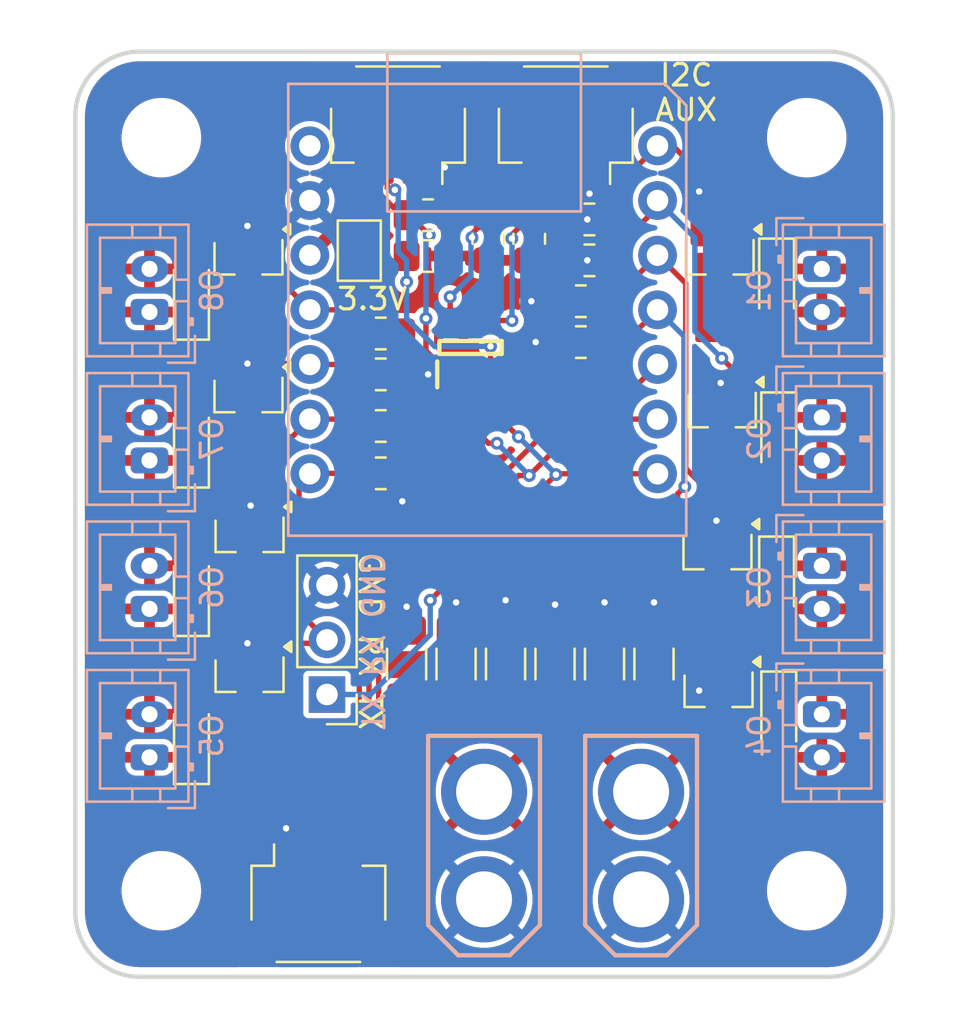
<source format=kicad_pcb>
(kicad_pcb (version 20241229) (generator "pcbnew") (generator_version "9.0")
  (layers (0 "F.Cu" signal) (2 "B.Cu" signal) (13 "F.Paste" user) (15 "B.Paste" user) (5 "F.SilkS" user "F.Silkscreen") (7 "B.SilkS" user "B.Silkscreen") (1 "F.Mask" user) (3 "B.Mask" user) (25 "Edge.Cuts" user))
  (net 0 "")
  (net 1 "+24V")
  (net 2 "Net-(D1-A)")
  (net 3 "GND")
  (net 4 "+3.3V")
  (net 5 "/SCL")
  (net 6 "/SDA")
  (net 7 "Net-(D2-A)")
  (net 8 "Net-(D3-A)")
  (net 9 "Net-(D4-A)")
  (net 10 "Net-(D5-A)")
  (net 11 "Net-(D6-A)")
  (net 12 "Net-(D7-A)")
  (net 13 "/S1")
  (net 14 "/S2")
  (net 15 "/S3")
  (net 16 "/S7")
  (net 17 "/S8")
  (net 18 "/S9")
  (net 19 "/S0")
  (net 20 "/S10")
  (net 21 "Net-(D8-A)")
  (net 23 "/I2C3.3")
  (net 24 "/S6")
  (net 25 "Net-(IC1-SDA_B)")
  (net 27 "Net-(IC1-SCL_B)")
  (footprint "Capacitor_SMD:C_1206_3216Metric_Pad1.33x1.80mm_HandSolder" (layer "F.Cu") (at 116 89.4625 90)
    (property "Reference" "C4" (hide yes))
    (property "Value" "10uF")
    (pad "1" smd roundrect (at -1.5625 0 90) (size 1.325 1.8) (layers "F.Cu" "F.Mask" "F.Paste") (roundrect_rratio 0.188679) (net 1 "+24V"))
    (pad "2" smd roundrect (at 1.5625 0 90) (size 1.325 1.8) (layers "F.Cu" "F.Mask" "F.Paste") (roundrect_rratio 0.188679) (net 3 "GND"))
  )
  (footprint "Diode_SMD:D_MicroSMP_AK" (layer "F.Cu") (at 128.6 85.68 -90)
    (property "Reference" "D3" (hide yes))
    (property "Value" "MSS2P3")
    (pad "1" smd rect (at -0.88 0 270) (size 2 1.1) (layers "F.Cu" "F.Mask" "F.Paste") (net 1 "+24V"))
    (pad "2" smd rect (at 1.02 0 270) (size 0.8 0.8) (layers "F.Cu" "F.Mask" "F.Paste") (net 8 "Net-(D3-A)"))
  )
  (footprint "Diode_SMD:D_MicroSMP_AK" (layer "F.Cu") (at 101.4 79.12 90)
    (property "Reference" "D7" (hide yes))
    (property "Value" "MSS2P3")
    (pad "1" smd rect (at -0.88 0 90) (size 2 1.1) (layers "F.Cu" "F.Mask" "F.Paste") (net 1 "+24V"))
    (pad "2" smd rect (at 1.02 0 90) (size 0.8 0.8) (layers "F.Cu" "F.Mask" "F.Paste") (net 12 "Net-(D7-A)"))
  )
  (footprint "Diode_SMD:D_MicroSMP_AK" (layer "F.Cu") (at 128.7 91.9525 -90)
    (property "Reference" "D4" (hide yes))
    (property "Value" "MSS2P3")
    (pad "1" smd rect (at -0.88 0 270) (size 2 1.1) (layers "F.Cu" "F.Mask" "F.Paste") (net 1 "+24V"))
    (pad "2" smd rect (at 1.02 0 270) (size 0.8 0.8) (layers "F.Cu" "F.Mask" "F.Paste") (net 9 "Net-(D4-A)"))
  )
  (footprint "MountingHole:MountingHole_3.2mm_M3" (layer "F.Cu") (at 100 100)
    (property "Reference" "H1" (hide yes))
    (property "Value" "MountingHole")
    (pad "" np_thru_hole circle (at 0 0) (size 3.2 3.2) (drill 3.2) (layers "*.Cu" "*.Mask"))
  )
  (footprint "Resistor_SMD:R_0805_2012Metric_Pad1.20x1.40mm_HandSolder" (layer "F.Cu") (at 119.5 74.5 180)
    (property "Reference" "R6" (hide yes))
    (property "Value" "47k")
    (pad "1" smd roundrect (at -1 0 180) (size 1.2 1.4) (layers "F.Cu" "F.Mask" "F.Paste") (roundrect_rratio 0.208333) (net 15 "/S3"))
    (pad "2" smd roundrect (at 1 0 180) (size 1.2 1.4) (layers "F.Cu" "F.Mask" "F.Paste") (roundrect_rratio 0.208333) (net 3 "GND"))
  )
  (footprint "Package_TO_SOT_SMD:SOT-23_Handsoldering" (layer "F.Cu") (at 125.9 90.7 -90)
    (property "Reference" "Q4" (hide yes))
    (property "Value" "NVTR4503NT1G")
    (pad "1" smd roundrect (at -1.5 -0.95 270) (size 1.9 0.8) (layers "F.Cu" "F.Mask" "F.Paste") (net 15 "/S3"))
    (pad "2" smd roundrect (at -1.5 0.95 270) (size 1.9 0.8) (layers "F.Cu" "F.Mask" "F.Paste") (net 3 "GND"))
    (pad "3" smd roundrect (at 1.5 0 270) (size 1.9 0.8) (layers "F.Cu" "F.Mask" "F.Paste") (net 9 "Net-(D4-A)"))
  )
  (footprint "Diode_SMD:D_MicroSMP_AK" (layer "F.Cu") (at 101.4 72.2475 90)
    (property "Reference" "D8" (hide yes))
    (property "Value" "MSS2P3")
    (pad "1" smd rect (at -0.88 0 90) (size 2 1.1) (layers "F.Cu" "F.Mask" "F.Paste") (net 1 "+24V"))
    (pad "2" smd rect (at 1.02 0 90) (size 0.8 0.8) (layers "F.Cu" "F.Mask" "F.Paste") (net 21 "Net-(D8-A)"))
  )
  (footprint "MountingHole:MountingHole_3.2mm_M3" (layer "F.Cu") (at 130 65)
    (property "Reference" "H3" (hide yes))
    (property "Value" "MountingHole")
    (pad "" np_thru_hole circle (at 0 0) (size 3.2 3.2) (drill 3.2) (layers "*.Cu" "*.Mask"))
  )
  (footprint "Connector_JST:JST_SH_SM04B-SRSS-TB_1x04-1MP_P1.00mm_Horizontal" (layer "F.Cu") (at 111 64.375 180)
    (property "Reference" "J2" (hide yes))
    (property "Value" "Conn_01x04_Male")
    (pad "1" smd roundrect (at -1.5 -2 180) (size 0.6 1.55) (layers "F.Cu" "F.Mask" "F.Paste") (net 3 "GND"))
    (pad "2" smd roundrect (at -0.5 -2 180) (size 0.6 1.55) (layers "F.Cu" "F.Mask" "F.Paste") (net 23 "/I2C3.3"))
    (pad "3" smd roundrect (at 0.5 -2 180) (size 0.6 1.55) (layers "F.Cu" "F.Mask" "F.Paste") (net 6 "/SDA"))
    (pad "4" smd roundrect (at 1.5 -2 180) (size 0.6 1.55) (layers "F.Cu" "F.Mask" "F.Paste") (net 5 "/SCL"))
    (pad "MP" smd roundrect (at -2.8 1.875 180) (size 1.2 1.8) (layers "F.Cu" "F.Mask" "F.Paste") (roundrect_rratio 0.208333))
    (pad "MP" smd roundrect (at 2.8 1.875 180) (size 1.2 1.8) (layers "F.Cu" "F.Mask" "F.Paste") (roundrect_rratio 0.208333))
  )
  (footprint "Resistor_SMD:R_0805_2012Metric_Pad1.20x1.40mm_HandSolder" (layer "F.Cu") (at 115.2 69.7 90)
    (property "Reference" "R11" (hide yes))
    (property "Value" "4.7k")
    (pad "1" smd roundrect (at -1 0 90) (size 1.2 1.4) (layers "F.Cu" "F.Mask" "F.Paste") (roundrect_rratio 0.208333) (net 23 "/I2C3.3"))
    (pad "2" smd roundrect (at 1 0 90) (size 1.2 1.4) (layers "F.Cu" "F.Mask" "F.Paste") (roundrect_rratio 0.208333) (net 27 "Net-(IC1-SCL_B)"))
  )
  (footprint "Resistor_SMD:R_0805_2012Metric_Pad1.20x1.40mm_HandSolder" (layer "F.Cu") (at 117.1 69.7 90)
    (property "Reference" "R12" (hide yes))
    (property "Value" "4.7k")
    (pad "1" smd roundrect (at -1 0 90) (size 1.2 1.4) (layers "F.Cu" "F.Mask" "F.Paste") (roundrect_rratio 0.208333) (net 23 "/I2C3.3"))
    (pad "2" smd roundrect (at 1 0 90) (size 1.2 1.4) (layers "F.Cu" "F.Mask" "F.Paste") (roundrect_rratio 0.208333) (net 25 "Net-(IC1-SDA_B)"))
  )
  (footprint "Resistor_SMD:R_0805_2012Metric_Pad1.20x1.40mm_HandSolder" (layer "F.Cu") (at 112.4 68.6 180)
    (property "Reference" "R2" (hide yes))
    (property "Value" "4.7k")
    (pad "1" smd roundrect (at -1 0 180) (size 1.2 1.4) (layers "F.Cu" "F.Mask" "F.Paste") (roundrect_rratio 0.208333) (net 23 "/I2C3.3"))
    (pad "2" smd roundrect (at 1 0 180) (size 1.2 1.4) (layers "F.Cu" "F.Mask" "F.Paste") (roundrect_rratio 0.208333) (net 5 "/SCL"))
  )
  (footprint "Resistor_SMD:R_0805_2012Metric_Pad1.20x1.40mm_HandSolder" (layer "F.Cu") (at 110.2 78.4)
    (property "Reference" "R8" (hide yes))
    (property "Value" "47k")
    (pad "1" smd roundrect (at -1 0) (size 1.2 1.4) (layers "F.Cu" "F.Mask" "F.Paste") (roundrect_rratio 0.208333) (net 17 "/S8"))
    (pad "2" smd roundrect (at 1 0) (size 1.2 1.4) (layers "F.Cu" "F.Mask" "F.Paste") (roundrect_rratio 0.208333) (net 3 "GND"))
  )
  (footprint "MountingHole:MountingHole_3.2mm_M3" (layer "F.Cu") (at 100 65)
    (property "Reference" "H2" (hide yes))
    (property "Value" "MountingHole")
    (pad "" np_thru_hole circle (at 0 0) (size 3.2 3.2) (drill 3.2) (layers "*.Cu" "*.Mask"))
  )
  (footprint "Package_TO_SOT_SMD:SOT-23_Handsoldering" (layer "F.Cu") (at 126.05 77.7 -90)
    (property "Reference" "Q2" (hide yes))
    (property "Value" "NVTR4503NT1G")
    (pad "1" smd roundrect (at -1.5 -0.95 270) (size 1.9 0.8) (layers "F.Cu" "F.Mask" "F.Paste") (net 13 "/S1"))
    (pad "2" smd roundrect (at -1.5 0.95 270) (size 1.9 0.8) (layers "F.Cu" "F.Mask" "F.Paste") (net 3 "GND"))
    (pad "3" smd roundrect (at 1.5 0 270) (size 1.9 0.8) (layers "F.Cu" "F.Mask" "F.Paste") (net 7 "Net-(D2-A)"))
  )
  (footprint "Resistor_SMD:R_0805_2012Metric_Pad1.20x1.40mm_HandSolder" (layer "F.Cu") (at 119.9 68.8 180)
    (property "Reference" "R3" (hide yes))
    (property "Value" "47k")
    (pad "1" smd roundrect (at -1 0 180) (size 1.2 1.4) (layers "F.Cu" "F.Mask" "F.Paste") (roundrect_rratio 0.208333) (net 19 "/S0"))
    (pad "2" smd roundrect (at 1 0 180) (size 1.2 1.4) (layers "F.Cu" "F.Mask" "F.Paste") (roundrect_rratio 0.208333) (net 3 "GND"))
  )
  (footprint "Capacitor_SMD:C_1206_3216Metric_Pad1.33x1.80mm_HandSolder" (layer "F.Cu") (at 113.7 89.4625 90)
    (property "Reference" "C6" (hide yes))
    (property "Value" "10uF")
    (pad "1" smd roundrect (at -1.5625 0 90) (size 1.325 1.8) (layers "F.Cu" "F.Mask" "F.Paste") (roundrect_rratio 0.188679) (net 1 "+24V"))
    (pad "2" smd roundrect (at 1.5625 0 90) (size 1.325 1.8) (layers "F.Cu" "F.Mask" "F.Paste") (roundrect_rratio 0.188679) (net 3 "GND"))
  )
  (footprint "Package_TO_SOT_SMD:SOT-23_Handsoldering" (layer "F.Cu") (at 125.85 84.3 -90)
    (property "Reference" "Q3" (hide yes))
    (property "Value" "NVTR4503NT1G")
    (pad "1" smd roundrect (at -1.5 -0.95 270) (size 1.9 0.8) (layers "F.Cu" "F.Mask" "F.Paste") (net 14 "/S2"))
    (pad "2" smd roundrect (at -1.5 0.95 270) (size 1.9 0.8) (layers "F.Cu" "F.Mask" "F.Paste") (net 3 "GND"))
    (pad "3" smd roundrect (at 1.5 0 270) (size 1.9 0.8) (layers "F.Cu" "F.Mask" "F.Paste") (net 8 "Net-(D3-A)"))
  )
  (footprint "MountingHole:MountingHole_3.2mm_M3" (layer "F.Cu") (at 130 100)
    (property "Reference" "H4" (hide yes))
    (property "Value" "MountingHole")
    (pad "" np_thru_hole circle (at 0 0) (size 3.2 3.2) (drill 3.2) (layers "*.Cu" "*.Mask"))
  )
  (footprint "Capacitor_SMD:C_1206_3216Metric_Pad1.33x1.80mm_HandSolder" (layer "F.Cu") (at 111.4 89.4625 90)
    (property "Reference" "C5" (hide yes))
    (property "Value" "10uF")
    (pad "1" smd roundrect (at -1.5625 0 90) (size 1.325 1.8) (layers "F.Cu" "F.Mask" "F.Paste") (roundrect_rratio 0.188679) (net 1 "+24V"))
    (pad "2" smd roundrect (at 1.5625 0 90) (size 1.325 1.8) (layers "F.Cu" "F.Mask" "F.Paste") (roundrect_rratio 0.188679) (net 3 "GND"))
  )
  (footprint "Package_TO_SOT_SMD:SOT-23_Handsoldering" (layer "F.Cu") (at 104.05 70.6 -90)
    (property "Reference" "Q8" (hide yes))
    (property "Value" "NVTR4503NT1G")
    (pad "1" smd roundrect (at -1.5 -0.95 270) (size 1.9 0.8) (layers "F.Cu" "F.Mask" "F.Paste") (net 20 "/S10"))
    (pad "2" smd roundrect (at -1.5 0.95 270) (size 1.9 0.8) (layers "F.Cu" "F.Mask" "F.Paste") (net 3 "GND"))
    (pad "3" smd roundrect (at 1.5 0 270) (size 1.9 0.8) (layers "F.Cu" "F.Mask" "F.Paste") (net 21 "Net-(D8-A)"))
  )
  (footprint "Capacitor_SMD:C_1206_3216Metric_Pad1.33x1.80mm_HandSolder" (layer "F.Cu") (at 120.6 89.4625 90)
    (property "Reference" "C2" (hide yes))
    (property "Value" "10uF")
    (pad "1" smd roundrect (at -1.5625 0 90) (size 1.325 1.8) (layers "F.Cu" "F.Mask" "F.Paste") (roundrect_rratio 0.188679) (net 1 "+24V"))
    (pad "2" smd roundrect (at 1.5625 0 90) (size 1.325 1.8) (layers "F.Cu" "F.Mask" "F.Paste") (roundrect_rratio 0.188679) (net 3 "GND"))
  )
  (footprint "MiAM:SOT65P280X110-8N" (layer "F.Cu") (at 114.375 74.75 90)
    (property "Reference" "IC1" (hide yes))
    (property "Value" "TCA9416DDFR" (hide yes))
    (pad "1" smd rect (at -1.25 -0.975 180) (size 0.45 1.2) (layers "F.Cu" "F.Mask" "F.Paste") (net 5 "/SCL"))
    (pad "2" smd rect (at -1.25 -0.325 180) (size 0.45 1.2) (layers "F.Cu" "F.Mask" "F.Paste") (net 24 "/S6"))
    (pad "3" smd rect (at -1.25 0.325 180) (size 0.45 1.2) (layers "F.Cu" "F.Mask" "F.Paste") (net 23 "/I2C3.3"))
    (pad "4" smd rect (at -1.25 0.975 180) (size 0.45 1.2) (layers "F.Cu" "F.Mask" "F.Paste") (net 6 "/SDA"))
    (pad "5" smd rect (at 1.25 0.975 180) (size 0.45 1.2) (layers "F.Cu" "F.Mask" "F.Paste") (net 25 "Net-(IC1-SDA_B)"))
    (pad "6" smd rect (at 1.25 0.325 180) (size 0.45 1.2) (layers "F.Cu" "F.Mask" "F.Paste"))
    (pad "7" smd rect (at 1.25 -0.325 180) (size 0.45 1.2) (layers "F.Cu" "F.Mask" "F.Paste") (net 23 "/I2C3.3"))
    (pad "8" smd rect (at 1.25 -0.975 180) (size 0.45 1.2) (layers "F.Cu" "F.Mask" "F.Paste") (net 27 "Net-(IC1-SCL_B)"))
  )
  (footprint "Diode_SMD:D_MicroSMP_AK" (layer "F.Cu") (at 128.6 71.83 -90)
    (property "Reference" "D1" (hide yes))
    (property "Value" "MSS2P3")
    (pad "1" smd rect (at -0.88 0 270) (size 2 1.1) (layers "F.Cu" "F.Mask" "F.Paste") (net 1 "+24V"))
    (pad "2" smd rect (at 1.02 0 270) (size 0.8 0.8) (layers "F.Cu" "F.Mask" "F.Paste") (net 2 "Net-(D1-A)"))
  )
  (footprint "Package_TO_SOT_SMD:SOT-23_Handsoldering" (layer "F.Cu") (at 104.1 83.5 -90)
    (property "Reference" "Q6" (hide yes))
    (property "Value" "NVTR4503NT1G")
    (pad "1" smd roundrect (at -1.5 -0.95 270) (size 1.9 0.8) (layers "F.Cu" "F.Mask" "F.Paste") (net 17 "/S8"))
    (pad "2" smd roundrect (at -1.5 0.95 270) (size 1.9 0.8) (layers "F.Cu" "F.Mask" "F.Paste") (net 3 "GND"))
    (pad "3" smd roundrect (at 1.5 0 270) (size 1.9 0.8) (layers "F.Cu" "F.Mask" "F.Paste") (net 11 "Net-(D6-A)"))
  )
  (footprint "Capacitor_SMD:C_1206_3216Metric_Pad1.33x1.80mm_HandSolder" (layer "F.Cu") (at 122.9 89.4625 90)
    (property "Reference" "C1" (hide yes))
    (property "Value" "10uF")
    (pad "1" smd roundrect (at -1.5625 0 90) (size 1.325 1.8) (layers "F.Cu" "F.Mask" "F.Paste") (roundrect_rratio 0.188679) (net 1 "+24V"))
    (pad "2" smd roundrect (at 1.5625 0 90) (size 1.325 1.8) (layers "F.Cu" "F.Mask" "F.Paste") (roundrect_rratio 0.188679) (net 3 "GND"))
  )
  (footprint "Resistor_SMD:R_0805_2012Metric_Pad1.20x1.40mm_HandSolder" (layer "F.Cu") (at 119.5 72.6 180)
    (property "Reference" "R5" (hide yes))
    (property "Value" "47k")
    (pad "1" smd roundrect (at -1 0 180) (size 1.2 1.4) (layers "F.Cu" "F.Mask" "F.Paste") (roundrect_rratio 0.208333) (net 14 "/S2"))
    (pad "2" smd roundrect (at 1 0 180) (size 1.2 1.4) (layers "F.Cu" "F.Mask" "F.Paste") (roundrect_rratio 0.208333) (net 3 "GND"))
  )
  (footprint "Package_TO_SOT_SMD:SOT-23_Handsoldering" (layer "F.Cu") (at 104.05 77 -90)
    (property "Reference" "Q7" (hide yes))
    (property "Value" "NVTR4503NT1G")
    (pad "1" smd roundrect (at -1.5 -0.95 270) (size 1.9 0.8) (layers "F.Cu" "F.Mask" "F.Paste") (net 18 "/S9"))
    (pad "2" smd roundrect (at -1.5 0.95 270) (size 1.9 0.8) (layers "F.Cu" "F.Mask" "F.Paste") (net 3 "GND"))
    (pad "3" smd roundrect (at 1.5 0 270) (size 1.9 0.8) (layers "F.Cu" "F.Mask" "F.Paste") (net 12 "Net-(D7-A)"))
  )
  (footprint "Connector_JST:JST_SH_SM04B-SRSS-TB_1x04-1MP_P1.00mm_Horizontal" (layer "F.Cu") (at 118.8 64.375 180)
    (property "Reference" "J6" (hide yes))
    (property "Value" "Conn_01x04_Male")
    (pad "1" smd roundrect (at -1.5 -2 180) (size 0.6 1.55) (layers "F.Cu" "F.Mask" "F.Paste") (net 3 "GND"))
    (pad "2" smd roundrect (at -0.5 -2 180) (size 0.6 1.55) (layers "F.Cu" "F.Mask" "F.Paste") (net 23 "/I2C3.3"))
    (pad "3" smd roundrect (at 0.5 -2 180) (size 0.6 1.55) (layers "F.Cu" "F.Mask" "F.Paste") (net 25 "Net-(IC1-SDA_B)"))
    (pad "4" smd roundrect (at 1.5 -2 180) (size 0.6 1.55) (layers "F.Cu" "F.Mask" "F.Paste") (net 27 "Net-(IC1-SCL_B)"))
    (pad "MP" smd roundrect (at -2.8 1.875 180) (size 1.2 1.8) (layers "F.Cu" "F.Mask" "F.Paste") (roundrect_rratio 0.208333))
    (pad "MP" smd roundrect (at 2.8 1.875 180) (size 1.2 1.8) (layers "F.Cu" "F.Mask" "F.Paste") (roundrect_rratio 0.208333))
  )
  (footprint "Jumper:SolderJumper-2_P1.3mm_Open_Pad1.0x1.5mm" (layer "F.Cu") (at 109.2 70.25 90)
    (property "Reference" "JP1" (hide yes))
    (property "Value" "SolderJumper_2_Open")
    (pad "1" smd rect (at -0.65 0 90) (size 1 1.5) (layers "F.Cu" "F.Mask") (net 23 "/I2C3.3"))
    (pad "2" smd rect (at 0.65 0 90) (size 1 1.5) (layers "F.Cu" "F.Mask") (net 4 "+3.3V"))
  )
  (footprint "Resistor_SMD:R_0805_2012Metric_Pad1.20x1.40mm_HandSolder" (layer "F.Cu") (at 110.2 80.6)
    (property "Reference" "R7" (hide yes))
    (property "Value" "47k")
    (pad "1" smd roundrect (at -1 0) (size 1.2 1.4) (layers "F.Cu" "F.Mask" "F.Paste") (roundrect_rratio 0.208333) (net 16 "/S7"))
    (pad "2" smd roundrect (at 1 0) (size 1.2 1.4) (layers "F.Cu" "F.Mask" "F.Paste") (roundrect_rratio 0.208333) (net 3 "GND"))
  )
  (footprint "Diode_SMD:D_MicroSMP_AK" (layer "F.Cu") (at 101.4 92.9 90)
    (property "Reference" "D5" (hide yes))
    (property "Value" "MSS2P3")
    (pad "1" smd rect (at -0.88 0 90) (size 2 1.1) (layers "F.Cu" "F.Mask" "F.Paste") (net 1 "+24V"))
    (pad "2" smd rect (at 1.02 0 90) (size 0.8 0.8) (layers "F.Cu" "F.Mask" "F.Paste") (net 10 "Net-(D5-A)"))
  )
  (footprint "Resistor_SMD:R_0805_2012Metric_Pad1.20x1.40mm_HandSolder" (layer "F.Cu") (at 110.2 76)
    (property "Reference" "R9" (hide yes))
    (property "Value" "47k")
    (pad "1" smd roundrect (at -1 0) (size 1.2 1.4) (layers "F.Cu" "F.Mask" "F.Paste") (roundrect_rratio 0.208333) (net 18 "/S9"))
    (pad "2" smd roundrect (at 1 0) (size 1.2 1.4) (layers "F.Cu" "F.Mask" "F.Paste") (roundrect_rratio 0.208333) (net 3 "GND"))
  )
  (footprint "Package_TO_SOT_SMD:SOT-23_Handsoldering" (layer "F.Cu") (at 104.1 90 -90)
    (property "Reference" "Q5" (hide yes))
    (property "Value" "NVTR4503NT1G")
    (pad "1" smd roundrect (at -1.5 -0.95 270) (size 1.9 0.8) (layers "F.Cu" "F.Mask" "F.Paste") (net 16 "/S7"))
    (pad "2" smd roundrect (at -1.5 0.95 270) (size 1.9 0.8) (layers "F.Cu" "F.Mask" "F.Paste") (net 3 "GND"))
    (pad "3" smd roundrect (at 1.5 0 270) (size 1.9 0.8) (layers "F.Cu" "F.Mask" "F.Paste") (net 10 "Net-(D5-A)"))
  )
  (footprint "Resistor_SMD:R_0805_2012Metric_Pad1.20x1.40mm_HandSolder" (layer "F.Cu") (at 110.2 74.1)
    (property "Reference" "R10" (hide yes))
    (property "Value" "47k")
    (pad "1" smd roundrect (at -1 0) (size 1.2 1.4) (layers "F.Cu" "F.Mask" "F.Paste") (roundrect_rratio 0.208333) (net 20 "/S10"))
    (pad "2" smd roundrect (at 1 0) (size 1.2 1.4) (layers "F.Cu" "F.Mask" "F.Paste") (roundrect_rratio 0.208333) (net 3 "GND"))
  )
  (footprint "Package_TO_SOT_SMD:SOT-23_Handsoldering" (layer "F.Cu") (at 125.95 70.6 -90)
    (property "Reference" "Q1" (hide yes))
    (property "Value" "NVTR4503NT1G")
    (pad "1" smd roundrect (at -1.5 -0.95 270) (size 1.9 0.8) (layers "F.Cu" "F.Mask" "F.Paste") (net 19 "/S0"))
    (pad "2" smd roundrect (at -1.5 0.95 270) (size 1.9 0.8) (layers "F.Cu" "F.Mask" "F.Paste") (net 3 "GND"))
    (pad "3" smd roundrect (at 1.5 0 270) (size 1.9 0.8) (layers "F.Cu" "F.Mask" "F.Paste") (net 2 "Net-(D1-A)"))
  )
  (footprint "Resistor_SMD:R_0805_2012Metric_Pad1.20x1.40mm_HandSolder" (layer "F.Cu") (at 119.9 70.7 180)
    (property "Reference" "R4" (hide yes))
    (property "Value" "47k")
    (pad "1" smd roundrect (at -1 0 180) (size 1.2 1.4) (layers "F.Cu" "F.Mask" "F.Paste") (roundrect_rratio 0.208333) (net 13 "/S1"))
    (pad "2" smd roundrect (at 1 0 180) (size 1.2 1.4) (layers "F.Cu" "F.Mask" "F.Paste") (roundrect_rratio 0.208333) (net 3 "GND"))
  )
  (footprint "Capacitor_SMD:C_1206_3216Metric_Pad1.33x1.80mm_HandSolder" (layer "F.Cu") (at 118.3 89.4625 90)
    (property "Reference" "C3" (hide yes))
    (property "Value" "10uF")
    (pad "1" smd roundrect (at -1.5625 0 90) (size 1.325 1.8) (layers "F.Cu" "F.Mask" "F.Paste") (roundrect_rratio 0.188679) (net 1 "+24V"))
    (pad "2" smd roundrect (at 1.5625 0 90) (size 1.325 1.8) (layers "F.Cu" "F.Mask" "F.Paste") (roundrect_rratio 0.188679) (net 3 "GND"))
  )
  (footprint "Diode_SMD:D_MicroSMP_AK" (layer "F.Cu") (at 128.7 78.98 -90)
    (property "Reference" "D2" (hide yes))
    (property "Value" "MSS2P3")
    (pad "1" smd rect (at -0.88 0 270) (size 2 1.1) (layers "F.Cu" "F.Mask" "F.Paste") (net 1 "+24V"))
    (pad "2" smd rect (at 1.02 0 270) (size 0.8 0.8) (layers "F.Cu" "F.Mask" "F.Paste") (net 7 "Net-(D2-A)"))
  )
  (footprint "Connector_JST:JST_SH_SM04B-SRSS-TB_1x04-1MP_P1.00mm_Horizontal" (layer "F.Cu") (at 107.3 100.625)
    (property "Reference" "J1" (hide yes))
    (property "Value" "Conn_01x04_Male")
    (pad "1" smd roundrect (at -1.5 -2) (size 0.6 1.55) (layers "F.Cu" "F.Mask" "F.Paste") (net 3 "GND"))
    (pad "2" smd roundrect (at -0.5 -2) (size 0.6 1.55) (layers "F.Cu" "F.Mask" "F.Paste") (net 23 "/I2C3.3"))
    (pad "3" smd roundrect (at 0.5 -2) (size 0.6 1.55) (layers "F.Cu" "F.Mask" "F.Paste") (net 6 "/SDA"))
    (pad "4" smd roundrect (at 1.5 -2) (size 0.6 1.55) (layers "F.Cu" "F.Mask" "F.Paste") (net 5 "/SCL"))
    (pad "MP" smd roundrect (at -2.8 1.875) (size 1.2 1.8) (layers "F.Cu" "F.Mask" "F.Paste") (roundrect_rratio 0.208333))
    (pad "MP" smd roundrect (at 2.8 1.875) (size 1.2 1.8) (layers "F.Cu" "F.Mask" "F.Paste") (roundrect_rratio 0.208333))
  )
  (footprint "Connector_PinHeader_2.54mm:PinHeader_1x03_P2.54mm_Vertical" (layer "F.Cu") (at 107.7 90.88 180)
    (property "Reference" "J5" (hide yes))
    (property "Value" "Conn_01x03_Pin")
    (pad "1" thru_hole rect (at 0 0 180) (size 1.7 1.7) (drill 1) (layers "*.Cu" "*.Mask") (net 24 "/S6"))
    (pad "2" thru_hole circle (at 0 2.54 180) (size 1.7 1.7) (drill 1) (layers "*.Cu" "*.Mask") (net 16 "/S7"))
    (pad "3" thru_hole circle (at 0 5.08 180) (size 1.7 1.7) (drill 1) (layers "*.Cu" "*.Mask") (net 3 "GND"))
  )
  (footprint "Resistor_SMD:R_0805_2012Metric_Pad1.20x1.40mm_HandSolder" (layer "F.Cu") (at 112.4 70.5 180)
    (property "Reference" "R1" (hide yes))
    (property "Value" "4.7k")
    (pad "1" smd roundrect (at -1 0 180) (size 1.2 1.4) (layers "F.Cu" "F.Mask" "F.Paste") (roundrect_rratio 0.208333) (net 23 "/I2C3.3"))
    (pad "2" smd roundrect (at 1 0 180) (size 1.2 1.4) (layers "F.Cu" "F.Mask" "F.Paste") (roundrect_rratio 0.208333) (net 6 "/SDA"))
  )
  (footprint "Diode_SMD:D_MicroSMP_AK" (layer "F.Cu") (at 101.4 86.02 90)
    (property "Reference" "D6" (hide yes))
    (property "Value" "MSS2P3")
    (pad "1" smd rect (at -0.88 0 90) (size 2 1.1) (layers "F.Cu" "F.Mask" "F.Paste") (net 1 "+24V"))
    (pad "2" smd rect (at 1.02 0 90) (size 0.8 0.8) (layers "F.Cu" "F.Mask" "F.Paste") (net 11 "Net-(D6-A)"))
  )
  (footprint "Connector_JST:JST_PH_B2B-PH-K_1x02_P2.00mm_Vertical" (layer "B.Cu") (at 130.7 91.8 -90)
    (property "Reference" "O4" (at 1 2.9 90) (layer "B.SilkS") (effects (justify mirror)))
    (property "Value" "Conn_01x02_Male")
    (pad "1" thru_hole roundrect (at 0 0 270) (size 1.2 1.75) (drill 0.75) (layers "*.Cu" "*.Mask") (roundrect_rratio 0.208333) (net 1 "+24V"))
    (pad "2" thru_hole oval (at 2 0 270) (size 1.2 1.75) (drill 0.75) (layers "*.Cu" "*.Mask") (net 9 "Net-(D4-A)"))
  )
  (footprint "Connector_JST:JST_PH_B2B-PH-K_1x02_P2.00mm_Vertical" (layer "B.Cu") (at 130.7 84.9 -90)
    (property "Reference" "O3" (at 1 2.9 90) (layer "B.SilkS") (effects (justify mirror)))
    (property "Value" "Conn_01x02_Male")
    (pad "1" thru_hole roundrect (at 0 0 270) (size 1.2 1.75) (drill 0.75) (layers "*.Cu" "*.Mask") (roundrect_rratio 0.208333) (net 1 "+24V"))
    (pad "2" thru_hole oval (at 2 0 270) (size 1.2 1.75) (drill 0.75) (layers "*.Cu" "*.Mask") (net 8 "Net-(D3-A)"))
  )
  (footprint "Connector_JST:JST_PH_B2B-PH-K_1x02_P2.00mm_Vertical" (layer "B.Cu") (at 99.45 93.8 90)
    (property "Reference" "O5" (at 1 2.9 90) (layer "B.SilkS") (effects (justify mirror)))
    (property "Value" "Conn_01x02_Male")
    (pad "1" thru_hole roundrect (at 0 0 90) (size 1.2 1.75) (drill 0.75) (layers "*.Cu" "*.Mask") (roundrect_rratio 0.208333) (net 1 "+24V"))
    (pad "2" thru_hole oval (at 2 0 90) (size 1.2 1.75) (drill 0.75) (layers "*.Cu" "*.Mask") (net 10 "Net-(D5-A)"))
  )
  (footprint "MiAM:XT30UM" (layer "B.Cu") (at 115 95.4 -90)
    (property "Reference" "J3" (hide yes))
    (property "Value" "Conn_01x02_Male" (hide yes))
    (pad "1" thru_hole circle (at 0 0 270) (size 4 4) (drill 2.6) (layers "*.Cu" "*.Mask") (net 1 "+24V"))
    (pad "2" thru_hole circle (at 5 0 270) (size 4 4) (drill 2.6) (layers "*.Cu" "*.Mask") (net 3 "GND"))
  )
  (footprint "Connector_JST:JST_PH_B2B-PH-K_1x02_P2.00mm_Vertical" (layer "B.Cu") (at 99.45 86.9 90)
    (property "Reference" "O6" (at 1 2.9 90) (layer "B.SilkS") (effects (justify mirror)))
    (property "Value" "Conn_01x02_Male")
    (pad "1" thru_hole roundrect (at 0 0 90) (size 1.2 1.75) (drill 0.75) (layers "*.Cu" "*.Mask") (roundrect_rratio 0.208333) (net 1 "+24V"))
    (pad "2" thru_hole oval (at 2 0 90) (size 1.2 1.75) (drill 0.75) (layers "*.Cu" "*.Mask") (net 11 "Net-(D6-A)"))
  )
  (footprint "MiAM:MODULE14P-SMD-2.54-21X17.8MM" (layer "B.Cu") (at 123.9 83.5 180)
    (property "Reference" "U1" (hide yes))
    (property "Value" "MODULE-SEEEDUINO-XIAO-ESP32C3")
    (pad "1" thru_hole circle (at 0.835 18.12 180) (size 1.8 1.8) (drill 1) (layers "*.Cu" "*.Mask") (net 19 "/S0"))
    (pad "2" thru_hole circle (at 0.835 15.58 180) (size 1.8 1.8) (drill 1) (layers "*.Cu" "*.Mask") (net 13 "/S1"))
    (pad "3" thru_hole circle (at 0.835 13.04 180) (size 1.8 1.8) (drill 1) (layers "*.Cu" "*.Mask") (net 14 "/S2"))
    (pad "4" thru_hole circle (at 0.835 10.5 180) (size 1.8 1.8) (drill 1) (layers "*.Cu" "*.Mask") (net 15 "/S3"))
    (pad "5" thru_hole circle (at 0.835 7.96 180) (size 1.8 1.8) (drill 1) (layers "*.Cu" "*.Mask") (net 6 "/SDA"))
    (pad "6" thru_hole circle (at 0.835 5.42 180) (size 1.8 1.8) (drill 1) (layers "*.Cu" "*.Mask") (net 5 "/SCL"))
    (pad "7" thru_hole circle (at 0.835 2.88 180) (size 1.8 1.8) (drill 1) (layers "*.Cu" "*.Mask") (net 24 "/S6"))
    (pad "8" thru_hole circle (at 17 2.88 180) (size 1.8 1.8) (drill 1) (layers "*.Cu" "*.Mask") (net 16 "/S7"))
    (pad "9" thru_hole circle (at 17 5.42 180) (size 1.8 1.8) (drill 1) (layers "*.Cu" "*.Mask") (net 17 "/S8"))
    (pad "10" thru_hole circle (at 17 7.96 180) (size 1.8 1.8) (drill 1) (layers "*.Cu" "*.Mask") (net 18 "/S9"))
    (pad "11" thru_hole circle (at 17 10.5 180) (size 1.8 1.8) (drill 1) (layers "*.Cu" "*.Mask") (net 20 "/S10"))
    (pad "12" thru_hole circle (at 17 13.04 180) (size 1.8 1.8) (drill 1) (layers "*.Cu" "*.Mask") (net 4 "+3.3V"))
    (pad "13" thru_hole circle (at 17 15.58 180) (size 1.8 1.8) (drill 1) (layers "*.Cu" "*.Mask") (net 3 "GND"))
    (pad "14" thru_hole circle (at 17 18.12 180) (size 1.8 1.8) (drill 1) (layers "*.Cu" "*.Mask"))
  )
  (footprint "Connector_JST:JST_PH_B2B-PH-K_1x02_P2.00mm_Vertical" (layer "B.Cu") (at 99.45 80 90)
    (property "Reference" "O7" (at 1 2.9 90) (layer "B.SilkS") (effects (justify mirror)))
    (property "Value" "Conn_01x02_Male")
    (pad "1" thru_hole roundrect (at 0 0 90) (size 1.2 1.75) (drill 0.75) (layers "*.Cu" "*.Mask") (roundrect_rratio 0.208333) (net 1 "+24V"))
    (pad "2" thru_hole oval (at 2 0 90) (size 1.2 1.75) (drill 0.75) (layers "*.Cu" "*.Mask") (net 12 "Net-(D7-A)"))
  )
  (footprint "Connector_JST:JST_PH_B2B-PH-K_1x02_P2.00mm_Vertical" (layer "B.Cu") (at 99.45 73.1 90)
    (property "Reference" "O8" (at 1 2.9 90) (layer "B.SilkS") (effects (justify mirror)))
    (property "Value" "Conn_01x02_Male")
    (pad "1" thru_hole roundrect (at 0 0 90) (size 1.2 1.75) (drill 0.75) (layers "*.Cu" "*.Mask") (roundrect_rratio 0.208333) (net 1 "+24V"))
    (pad "2" thru_hole oval (at 2 0 90) (size 1.2 1.75) (drill 0.75) (layers "*.Cu" "*.Mask") (net 21 "Net-(D8-A)"))
  )
  (footprint "MiAM:XT30UM" (layer "B.Cu") (at 122.3 95.4 -90)
    (property "Reference" "J4" (hide yes))
    (property "Value" "Conn_01x02_Male" (hide yes))
    (pad "1" thru_hole circle (at 0 0 270) (size 4 4) (drill 2.6) (layers "*.Cu" "*.Mask") (net 1 "+24V"))
    (pad "2" thru_hole circle (at 5 0 270) (size 4 4) (drill 2.6) (layers "*.Cu" "*.Mask") (net 3 "GND"))
  )
  (footprint "Connector_JST:JST_PH_B2B-PH-K_1x02_P2.00mm_Vertical" (layer "B.Cu") (at 130.7 78 -90)
    (property "Reference" "O2" (at 1 2.9 90) (layer "B.SilkS") (effects (justify mirror)))
    (property "Value" "Conn_01x02_Male")
    (pad "1" thru_hole roundrect (at 0 0 270) (size 1.2 1.75) (drill 0.75) (layers "*.Cu" "*.Mask") (roundrect_rratio 0.208333) (net 1 "+24V"))
    (pad "2" thru_hole oval (at 2 0 270) (size 1.2 1.75) (drill 0.75) (layers "*.Cu" "*.Mask") (net 7 "Net-(D2-A)"))
  )
  (footprint "Connector_JST:JST_PH_B2B-PH-K_1x02_P2.00mm_Vertical" (layer "B.Cu") (at 130.7 71.1 -90)
    (property "Reference" "O1" (at 1 2.9 90) (layer "B.SilkS") (effects (justify mirror)))
    (property "Value" "Conn_01x02_Male")
    (pad "1" thru_hole roundrect (at 0 0 270) (size 1.2 1.75) (drill 0.75) (layers "*.Cu" "*.Mask") (roundrect_rratio 0.208333) (net 1 "+24V"))
    (pad "2" thru_hole oval (at 2 0 270) (size 1.2 1.75) (drill 0.75) (layers "*.Cu" "*.Mask") (net 2 "Net-(D1-A)"))
  )
  (gr_arc (start 134 101) (mid 133.12132 103.12132) (end 131 104) (stroke (width 0.2)) (layer "Edge.Cuts"))
  (gr_line (start 131 104) (end 99 104) (stroke (width 0.2)) (layer "Edge.Cuts"))
  (gr_line (start 96 101) (end 96 64) (stroke (width 0.2)) (layer "Edge.Cuts"))
  (gr_line (start 134 64) (end 134 101) (stroke (width 0.2)) (layer "Edge.Cuts"))
  (gr_arc (start 99 104) (mid 96.87868 103.12132) (end 96 101) (stroke (width 0.2)) (layer "Edge.Cuts"))
  (gr_arc (start 131 61) (mid 133.12132 61.87868) (end 134 64) (stroke (width 0.2)) (layer "Edge.Cuts"))
  (gr_arc (start 96 64) (mid 96.87868 61.87868) (end 99 61) (stroke (width 0.2)) (layer "Edge.Cuts"))
  (gr_line (start 99 61) (end 131 61) (stroke (width 0.2)) (layer "Edge.Cuts"))
  (gr_text "3.3V" (at 109.8 72.5 0) (layer "F.SilkS") (effects (font (size 1 1))))
  (gr_text "I2C\nAUX" (at 124.4 62.9 0) (layer "F.SilkS") (effects (font (size 1 1))))
  (gr_text "GND RX TX" (at 109.7 88.4 270) (layer "F.SilkS") (effects (font (size 1 1))))
  (gr_text "TX RX GND" (at 109.8 88.4 270) (layer "B.SilkS") (effects (font (size 1 1)) (justify mirror)))
  (segment (start 125 90.7) (end 125 89.3) (width 0.25) (layer "F.Cu") (net 3))
  (segment (start 117.4 74.5) (end 118.5 74.5) (width 0.25) (layer "F.Cu") (net 3))
  (segment (start 122.9 87.9) (end 122.9 86.6) (width 0.25) (layer "F.Cu") (net 3))
  (segment (start 118.9 70.7) (end 119.8 70.7) (width 0.25) (layer "F.Cu") (net 3))
  (segment (start 125 69.1) (end 125 67.5) (width 0.25) (layer "F.Cu") (net 3))
  (segment (start 111.4 87.9) (end 111.4 86.8) (width 0.25) (layer "F.Cu") (net 3))
  (segment (start 111.2 80.6) (end 111.2 81.9) (width 0.25) (layer "F.Cu") (net 3))
  (segment (start 111.2 74.1) (end 111.2 76) (width 0.25) (layer "F.Cu") (net 3))
  (segment (start 126 76.4) (end 125.1 76.4) (width 0.25) (layer "F.Cu") (net 3))
  (segment (start 111.2 76) (end 112.4 76) (width 0.25) (layer "F.Cu") (net 3))
  (segment (start 103.15 88.5) (end 104 88.5) (width 0.25) (layer "F.Cu") (net 3))
  (segment (start 103.15 82) (end 104.05 82) (width 0.25) (layer "F.Cu") (net 3))
  (segment (start 105.8 98.625) (end 105.8 97.1) (width 0.25) (layer "F.Cu") (net 3))
  (segment (start 118.9 68.8) (end 119.8 68.8) (width 0.25) (layer "F.Cu") (net 3))
  (segment (start 120.6 87.9) (end 120.6 86.6) (width 0.25) (layer "F.Cu") (net 3))
  (segment (start 116 87.9) (end 116 86.5) (width 0.25) (layer "F.Cu") (net 3))
  (segment (start 124.9 82.8) (end 125.8 82.8) (width 0.25) (layer "F.Cu") (net 3))
  (segment (start 113.175 66.375) (end 112.5 66.375) (width 0.25) (layer "F.Cu") (net 3))
  (segment (start 111.2 78.1) (end 111.2 80.6) (width 0.25) (layer "F.Cu") (net 3))
  (segment (start 113.7 87.9) (end 113.7 86.6) (width 0.25) (layer "F.Cu") (net 3))
  (segment (start 118.5 72.6) (end 117.2 72.6) (width 0.25) (layer "F.Cu") (net 3))
  (segment (start 118.3 87.9) (end 118.3 86.7) (width 0.25) (layer "F.Cu") (net 3))
  (segment (start 119.9 67.6) (end 120.3 67.2) (width 0.25) (layer "F.Cu") (net 3))
  (segment (start 120.3 67.2) (end 120.3 66.275) (width 0.25) (layer "F.Cu") (net 3))
  (segment (start 104.05 82) (end 104.15 82.1) (width 0.25) (layer "F.Cu") (net 3))
  (segment (start 103.1 75.5) (end 104 75.5) (width 0.25) (layer "F.Cu") (net 3))
  (segment (start 103.1 69.1) (end 104 69.1) (width 0.25) (layer "F.Cu") (net 3))
  (via (at 117.2 72.6) (size 0.6) (drill 0.3) (layers "F.Cu" "B.Cu") (net 3))
  (via (at 113.175 66.375) (size 0.6) (drill 0.3) (layers "F.Cu" "B.Cu") (net 3))
  (via (at 117.4 74.5) (size 0.6) (drill 0.3) (layers "F.Cu" "B.Cu") (net 3))
  (via (at 125 67.5) (size 0.6) (drill 0.3) (layers "F.Cu" "B.Cu") (net 3))
  (via (at 119.8 68.8) (size 0.6) (drill 0.3) (layers "F.Cu" "B.Cu") (net 3))
  (via (at 126 76.4) (size 0.6) (drill 0.3) (layers "F.Cu" "B.Cu") (net 3))
  (via (at 111.4 86.8) (size 0.6) (drill 0.3) (layers "F.Cu" "B.Cu") (net 3))
  (via (at 111.2 81.9) (size 0.6) (drill 0.3) (layers "F.Cu" "B.Cu") (net 3))
  (via (at 104 88.5) (size 0.6) (drill 0.3) (layers "F.Cu" "B.Cu") (net 3))
  (via (at 112.4 76) (size 0.6) (drill 0.3) (layers "F.Cu" "B.Cu") (net 3))
  (via (at 119.8 70.7) (size 0.6) (drill 0.3) (layers "F.Cu" "B.Cu") (net 3))
  (via (at 113.7 86.6) (size 0.6) (drill 0.3) (layers "F.Cu" "B.Cu") (net 3))
  (via (at 125.8 82.8) (size 0.6) (drill 0.3) (layers "F.Cu" "B.Cu") (net 3))
  (via (at 125 90.7) (size 0.6) (drill 0.3) (layers "F.Cu" "B.Cu") (net 3))
  (via (at 104 69.1) (size 0.6) (drill 0.3) (layers "F.Cu" "B.Cu") (net 3))
  (via (at 122.9 86.6) (size 0.6) (drill 0.3) (layers "F.Cu" "B.Cu") (net 3))
  (via (at 105.8 97.1) (size 0.6) (drill 0.3) (layers "F.Cu" "B.Cu") (net 3))
  (via (at 104.15 82.1) (size 0.6) (drill 0.3) (layers "F.Cu" "B.Cu") (net 3))
  (via (at 116 86.5) (size 0.6) (drill 0.3) (layers "F.Cu" "B.Cu") (net 3))
  (via (at 118.3 86.7) (size 0.6) (drill 0.3) (layers "F.Cu" "B.Cu") (net 3))
  (via (at 119.9 67.6) (size 0.6) (drill 0.3) (layers "F.Cu" "B.Cu") (net 3))
  (via (at 120.6 86.6) (size 0.6) (drill 0.3) (layers "F.Cu" "B.Cu") (net 3))
  (via (at 104 75.5) (size 0.6) (drill 0.3) (layers "F.Cu" "B.Cu") (net 3))
  (segment (start 106.9 70.46) (end 107.76 69.6) (width 0.6) (layer "F.Cu") (net 4))
  (segment (start 107.76 69.6) (end 109 69.6) (width 0.6) (layer "F.Cu") (net 4))
  (segment (start 112.3 73.4) (end 112.3 74.9) (width 0.25) (layer "F.Cu") (net 5))
  (segment (start 110.102 92.17362) (end 108.8 93.47562) (width 0.25) (layer "F.Cu") (net 5))
  (segment (start 110.102 87.212702) (end 110.102 92.17362) (width 0.25) (layer "F.Cu") (net 5))
  (segment (start 108.8 93.47562) (end 108.8 98.625) (width 0.25) (layer "F.Cu") (net 5))
  (segment (start 112.452696 69.527868) (end 111.724828 68.8) (width 0.25) (layer "F.Cu") (net 5))
  (segment (start 115.2 79.2) (end 115.6 79.2) (width 0.25) (layer "F.Cu") (net 5))
  (segment (start 119.72 78.08) (end 123.065 78.08) (width 0.25) (layer "F.Cu") (net 5))
  (segment (start 109.5 66.957056) (end 111.142944 68.6) (width 0.25) (layer "F.Cu") (net 5))
  (segment (start 113.4 77.4) (end 115.2 79.2) (width 0.25) (layer "F.Cu") (net 5))
  (segment (start 112.3 74.9) (end 113.4 76) (width 0.25) (layer "F.Cu") (net 5))
  (segment (start 117.1 80.7) (end 119.72 78.08) (width 0.25) (layer "F.Cu") (net 5))
  (segment (start 117.1 80.7) (end 116.614702 80.7) (width 0.25) (layer "F.Cu") (net 5))
  (segment (start 116.614702 80.7) (end 110.102 87.212702) (width 0.25) (layer "F.Cu") (net 5))
  (segment (start 113.4 76) (end 113.4 77.4) (width 0.25) (layer "F.Cu") (net 5))
  (via (at 117.1 80.7) (size 0.6) (drill 0.3) (layers "F.Cu" "B.Cu") (net 5))
  (via (at 112.3 73.4) (size 0.6) (drill 0.3) (layers "F.Cu" "B.Cu") (net 5))
  (via (at 115.6 79.2) (size 0.6) (drill 0.3) (layers "F.Cu" "B.Cu") (net 5))
  (via (at 112.452696 69.527868) (size 0.6) (drill 0.3) (layers "F.Cu" "B.Cu") (net 5))
  (segment (start 112.3 69.680564) (end 112.3 73.4) (width 0.25) (layer "B.Cu") (net 5))
  (segment (start 112.452696 69.527868) (end 112.3 69.680564) (width 0.25) (layer "B.Cu") (net 5))
  (segment (start 117.1 80.7) (end 115.6 79.2) (width 0.25) (layer "B.Cu") (net 5))
  (segment (start 107.8 93.83781) (end 109.651 91.98681) (width 0.25) (layer "F.Cu") (net 6))
  (segment (start 109.651 86.88681) (end 118.90881 77.629) (width 0.25) (layer "F.Cu") (net 6))
  (segment (start 111.4 70.7) (end 111.4 71.7) (width 0.25) (layer "F.Cu") (net 6))
  (segment (start 107.8 98.625) (end 107.8 93.83781) (width 0.25) (layer "F.Cu") (net 6))
  (segment (start 109.651 91.98681) (end 109.651 86.88681) (width 0.25) (layer "F.Cu") (net 6))
  (segment (start 120.976 77.629) (end 123.065 75.54) (width 0.25) (layer "F.Cu") (net 6))
  (segment (start 115.35 76.893008) (end 116.085992 77.629) (width 0.25) (layer "F.Cu") (net 6))
  (segment (start 116.085992 77.629) (end 118.90881 77.629) (width 0.25) (layer "F.Cu") (net 6))
  (segment (start 110.5 67.319246) (end 110.5 66.375) (width 0.25) (layer "F.Cu") (net 6))
  (segment (start 110.604962 67.424208) (end 110.5 67.319246) (width 0.25) (layer "F.Cu") (net 6))
  (segment (start 110.854425 67.424208) (end 110.604962 67.424208) (width 0.25) (layer "F.Cu") (net 6))
  (segment (start 115.3 74.7) (end 115.3 75.95) (width 0.25) (layer "F.Cu") (net 6))
  (segment (start 115.35 76.05) (end 115.35 76.893008) (width 0.25) (layer "F.Cu") (net 6))
  (segment (start 118.90881 77.629) (end 120.976 77.629) (width 0.25) (layer "F.Cu") (net 6))
  (via (at 111.4 71.7) (size 0.6) (drill 0.3) (layers "F.Cu" "B.Cu") (net 6))
  (via (at 110.854425 67.424208) (size 0.6) (drill 0.3) (layers "F.Cu" "B.Cu") (net 6))
  (via (at 115.3 74.7) (size 0.6) (drill 0.3) (layers "F.Cu" "B.Cu") (net 6))
  (segment (start 111.4 71.7) (end 111.4 73.4) (width 0.25) (layer "B.Cu") (net 6))
  (segment (start 110.854425 67.445575) (end 110.854425 67.424208) (width 0.25) (layer "B.Cu") (net 6))
  (segment (start 111.011179 70.311179) (end 111.011179 67.602329) (width 0.25) (layer "B.Cu") (net 6))
  (segment (start 111.4 73.4) (end 112.7 74.7) (width 0.25) (layer "B.Cu") (net 6))
  (segment (start 111.011179 67.602329) (end 110.854425 67.445575) (width 0.25) (layer "B.Cu") (net 6))
  (segment (start 111.4 70.7) (end 111.011179 70.311179) (width 0.25) (layer "B.Cu") (net 6))
  (segment (start 111.4 71.7) (end 111.4 70.7) (width 0.25) (layer "B.Cu") (net 6))
  (segment (start 112.7 74.7) (end 115.3 74.7) (width 0.25) (layer "B.Cu") (net 6))
  (segment (start 126.05 75.25) (end 127 76.2) (width 0.25) (layer "F.Cu") (net 13))
  (segment (start 121.9 69.4) (end 123.065 68.235) (width 0.25) (layer "F.Cu") (net 13))
  (segment (start 121.1 70.7) (end 121.9 69.9) (width 0.25) (layer "F.Cu") (net 13))
  (segment (start 121.9 69.9) (end 121.9 69.4) (width 0.25) (layer "F.Cu") (net 13))
  (via (at 126.05 75.25) (size 0.6) (drill 0.3) (layers "F.Cu" "B.Cu") (net 13))
  (segment (start 124.8 69.655) (end 123.065 67.92) (width 0.25) (layer "B.Cu") (net 13))
  (segment (start 124.8 74) (end 124.8 69.655) (width 0.25) (layer "B.Cu") (net 13))
  (segment (start 126.05 75.25) (end 124.8 74) (width 0.25) (layer "B.Cu") (net 13))
  (segment (start 126.8 82.8) (end 124.374 80.374) (width 0.25) (layer "F.Cu") (net 14))
  (segment (start 121.125 72.4) (end 123.065 70.46) (width 0.25) (layer "F.Cu") (net 14))
  (segment (start 124.374 80.374) (end 124.374 71.769) (width 0.25) (layer "F.Cu") (net 14))
  (segment (start 120.8 72.4) (end 121.125 72.4) (width 0.25) (layer "F.Cu") (net 14))
  (segment (start 124.374 71.769) (end 123.065 70.46) (width 0.25) (layer "F.Cu") (net 14))
  (segment (start 120.8 74.3) (end 121.765 74.3) (width 0.25) (layer "F.Cu") (net 15))
  (segment (start 124.001428 81.546262) (end 124.001428 86.351428) (width 0.25) (layer "F.Cu") (net 15))
  (segment (start 124.331903 81.215787) (end 124.001428 81.546262) (width 0.25) (layer "F.Cu") (net 15))
  (segment (start 121.765 74.3) (end 123.065 73) (width 0.25) (layer "F.Cu") (net 15))
  (segment (start 124.001428 86.351428) (end 126.85 89.2) (width 0.25) (layer "F.Cu") (net 15))
  (via (at 124.331903 81.215787) (size 0.6) (drill 0.3) (layers "F.Cu" "B.Cu") (net 15))
  (segment (start 124.291 81.174884) (end 124.291 74.226) (width 0.25) (layer "B.Cu") (net 15))
  (segment (start 124.291 74.226) (end 123.065 73) (width 0.25) (layer "B.Cu") (net 15))
  (segment (start 124.331903 81.215787) (end 124.291 81.174884) (width 0.25) (layer "B.Cu") (net 15))
  (segment (start 106.4 87.04) (end 106.4 81.12) (width 0.25) (layer "F.Cu") (net 16))
  (segment (start 107.7 88.34) (end 106.4 87.04) (width 0.25) (layer "F.Cu") (net 16))
  (segment (start 105.05 88.5) (end 107.54 88.5) (width 0.25) (layer "F.Cu") (net 16))
  (segment (start 106.92 80.6) (end 109.2 80.6) (width 0.25) (layer "F.Cu") (net 16))
  (segment (start 105.05 82) (end 105.05 79.93) (width 0.25) (layer "F.Cu") (net 17))
  (segment (start 105.05 79.93) (end 106.9 78.08) (width 0.25) (layer "F.Cu") (net 17))
  (segment (start 106.9 78.08) (end 108.88 78.08) (width 0.25) (layer "F.Cu") (net 17))
  (segment (start 105 75.5) (end 106.86 75.5) (width 0.25) (layer "F.Cu") (net 18))
  (segment (start 106.9 75.54) (end 109.16 75.54) (width 0.25) (layer "F.Cu") (net 18))
  (segment (start 120.9 67.545) (end 123.065 65.38) (width 0.25) (layer "F.Cu") (net 19))
  (segment (start 120.9 68.5) (end 120.9 67.545) (width 0.25) (layer "F.Cu") (net 19))
  (segment (start 123.78 65.38) (end 126.9 68.5) (width 0.25) (layer "F.Cu") (net 19))
  (segment (start 108.6 73) (end 109.2 73.6) (width 0.25) (layer "F.Cu") (net 20))
  (segment (start 105.6 69.7) (end 105.6 71.7) (width 0.25) (layer "F.Cu") (net 20))
  (segment (start 105.6 71.7) (end 106.9 73) (width 0.25) (layer "F.Cu") (net 20))
  (segment (start 106.9 73) (end 108.6 73) (width 0.25) (layer "F.Cu") (net 20))
  (segment (start 105 69.1) (end 105.6 69.7) (width 0.25) (layer "F.Cu") (net 20))
  (segment (start 109.2 91.8) (end 106.8 94.2) (width 0.25) (layer "F.Cu") (net 23))
  (segment (start 106.8 94.2) (end 106.8 98.625) (width 0.25) (layer "F.Cu") (net 23))
  (segment (start 109.2 85.8) (end 109.2 91.8) (width 0.25) (layer "F.Cu") (net 23))
  (segment (start 118.34 80.66) (end 118.38 80.62) (width 0.25) (layer "F.Cu") (net 24))
  (segment (start 116.2 78.5) (end 115.18781 78.5) (width 0.25) (layer "F.Cu") (net 24))
  (segment (start 115.18781 78.5) (end 114.05 77.36219) (width 0.25) (layer "F.Cu") (net 24))
  (segment (start 116.6 78.9) (end 116.2 78.5) (width 0.25) (layer "F.Cu") (net 24))
  (segment (start 114.05 77.36219) (end 114.05 76) (width 0.25) (layer "F.Cu") (net 24))
  (segment (start 118.34 80.66) (end 112.5 86.5) (width 0.25) (layer "F.Cu") (net 24))
  (segment (start 118.38 80.62) (end 123.065 80.62) (width 0.25) (layer "F.Cu") (net 24))
  (via (at 118.34 80.66) (size 0.6) (drill 0.3) (layers "F.Cu" "B.Cu") (net 24))
  (via (at 112.5 86.5) (size 0.6) (drill 0.3) (layers "F.Cu" "B.Cu") (net 24))
  (via (at 116.6 78.9) (size 0.6) (drill 0.3) (layers "F.Cu" "B.Cu") (net 24))
  (segment (start 109.72 90.88) (end 107.7 90.88) (width 0.25) (layer "B.Cu") (net 24))
  (segment (start 112.5 86.5) (end 112.5 88.1) (width 0.25) (layer "B.Cu") (net 24))
  (segment (start 118.34 80.66) (end 118.32 80.64) (width 0.25) (layer "B.Cu") (net 24))
  (segment (start 118.32 80.62) (end 116.6 78.9) (width 0.25) (layer "B.Cu") (net 24))
  (segment (start 112.5 88.1) (end 109.72 90.88) (width 0.25) (layer "B.Cu") (net 24))
  (segment (start 118.32 80.64) (end 118.32 80.62) (width 0.25) (layer "B.Cu") (net 24))
  (segment (start 116.292459 69.687419) (end 116.292459 69.507541) (width 0.25) (layer "F.Cu") (net 25))
  (segment (start 115.35 73.5) (end 116.3 73.5) (width 0.25) (layer "F.Cu") (net 25))
  (segment (start 117.1 68.7) (end 118.3 67.5) (width 0.25) (layer "F.Cu") (net 25))
  (segment (start 116.292459 69.507541) (end 117.1 68.7) (width 0.25) (layer "F.Cu") (net 25))
  (segment (start 118.3 67.5) (end 118.3 66.375) (width 0.25) (layer "F.Cu") (net 25))
  (via (at 116.3 73.5) (size 0.6) (drill 0.3) (layers "F.Cu" "B.Cu") (net 25))
  (via (at 116.292459 69.687419) (size 0.6) (drill 0.3) (layers "F.Cu" "B.Cu") (net 25))
  (segment (start 116.3 69.69496) (end 116.292459 69.687419) (width 0.25) (layer "B.Cu") (net 25))
  (segment (start 116.3 73.5) (end 116.3 69.69496) (width 0.25) (layer "B.Cu") (net 25))
  (segment (start 117.3 66.375) (end 115.2 68.475) (width 0.25) (layer "F.Cu") (net 27))
  (segment (start 113.425 72.4) (end 113.425 73.475) (width 0.25) (layer "F.Cu") (net 27))
  (segment (start 114.439939 69.460061) (end 115.020122 68.879878) (width 0.25) (layer "F.Cu") (net 27))
  (segment (start 114.439939 69.639939) (end 114.439939 69.460061) (width 0.25) (layer "F.Cu") (net 27))
  (via (at 113.425 72.4) (size 0.6) (drill 0.3) (layers "F.Cu" "B.Cu") (net 27))
  (via (at 114.439939 69.639939) (size 0.6) (drill 0.3) (layers "F.Cu" "B.Cu") (net 27))
  (segment (start 114.392459 71.432541) (end 113.425 72.4) (width 0.25) (layer "B.Cu") (net 27))
  (segment (start 114.439939 69.703411) (end 114.392459 69.750891) (width 0.25) (layer "B.Cu") (net 27))
  (segment (start 114.439939 69.639939) (end 114.439939 69.703411) (width 0.25) (layer "B.Cu") (net 27))
  (segment (start 114.392459 69.750891) (end 114.392459 71.432541) (width 0.25) (layer "B.Cu") (net 27))
  (zone (net 11) (net_name "Net-(D6-A)") (layer "F.Cu") (priority 1) (connect_pads (clearance 0.3)) (min_thickness 0.25) (fill yes (thermal_gap 0.25) (thermal_bridge_width 0.5))
    (polygon (pts (xy 98.186227 86.5) (xy 105.486227 86.5) (xy 105.486227 83.1) (xy 98.186227 83.1)))
  )
  (zone (net 7) (net_name "Net-(D2-A)") (layer "F.Cu") (priority 1) (connect_pads (clearance 0.25)) (min_thickness 0.25) (fill yes (thermal_gap 0.25) (thermal_bridge_width 0.5))
    (polygon (pts (xy 124.891863 81.2) (xy 132.191863 81.2) (xy 132.2 78.8) (xy 128.2 78.8) (xy 128.2 77.8) (xy 124.891863 77.8)))
  )
  (zone (net 9) (net_name "Net-(D4-A)") (layer "F.Cu") (priority 2) (connect_pads (clearance 0.3)) (min_thickness 0.25) (fill yes (thermal_gap 0.25) (thermal_bridge_width 0.5))
    (polygon (pts (xy 124.891863 94.990674) (xy 132.391863 94.990674) (xy 132.4 92.690674) (xy 129.3 92.690674) (xy 129.3 90.590674) (xy 124.891863 90.590674)))
  )
  (zone (net 8) (net_name "Net-(D3-A)") (layer "F.Cu") (priority 3) (connect_pads (clearance 0.3)) (min_thickness 0.25) (fill yes (thermal_gap 0.25) (thermal_bridge_width 0.5))
    (polygon (pts (xy 124.728594 88) (xy 128.128594 88) (xy 132.3 88) (xy 132.3 85.7) (xy 129.5 85.7) (xy 129.5 83.9) (xy 124.720457 83.9)))
  )
  (zone (net 10) (net_name "Net-(D5-A)") (layer "F.Cu") (priority 1) (connect_pads (clearance 0.3)) (min_thickness 0.25) (fill yes (thermal_gap 0.25) (thermal_bridge_width 0.5))
    (polygon (pts (xy 97.991863 93.1) (xy 105.291863 93.1) (xy 105.291863 89.7) (xy 97.991863 89.7)))
  )
  (zone (net 2) (net_name "Net-(D1-A)") (layer "F.Cu") (priority 1) (connect_pads (clearance 0.3)) (min_thickness 0.25) (fill yes (thermal_gap 0.25) (thermal_bridge_width 0.5))
    (polygon (pts (xy 124.816345 74.5) (xy 132.616345 74.5) (xy 132.616345 71.9) (xy 127.7 71.9) (xy 127.716346 70) (xy 124.816345 70)))
  )
  (zone (net 23) (net_name "/I2C3.3") (layer "F.Cu") (priority 1) (connect_pads (clearance 0.25)) (min_thickness 0.25) (fill yes (thermal_gap 0.25) (thermal_bridge_width 0.5))
    (polygon (pts (xy 105.750046 65) (xy 105.650046 87.1) (xy 121.250046 87.1) (xy 121.350046 65)))
  )
  (zone (net 1) (net_name "+24V") (layer "F.Cu") (connect_pads (clearance 0.3)) (min_thickness 0.25) (fill yes (thermal_gap 0.25) (thermal_bridge_width 0.5))
    (polygon (pts (xy 92.5 59.1) (xy 92.5 106.2) (xy 136.6 106.2) (xy 136.6 59.1)))
  )
  (zone (net 21) (net_name "Net-(D8-A)") (layer "F.Cu") (priority 1) (connect_pads (clearance 0.3)) (min_thickness 0.25) (fill yes (thermal_gap 0.25) (thermal_bridge_width 0.5))
    (polygon (pts (xy 97.991863 72.3) (xy 102.2 72.3) (xy 102.2 73.7) (xy 105.291863 73.7) (xy 105.291863 69.9) (xy 97.991863 69.9)))
  )
  (zone (net 12) (net_name "Net-(D7-A)") (layer "F.Cu") (priority 1) (connect_pads (clearance 0.3)) (min_thickness 0.25) (fill yes (thermal_gap 0.25) (thermal_bridge_width 0.5))
    (polygon (pts (xy 97.991863 79.2) (xy 98.9 79.2) (xy 98.9 80) (xy 105.291863 80) (xy 105.291863 76.6) (xy 97.991863 76.6)))
  )
  (zone (net 3) (net_name "GND") (layer "B.Cu") (connect_pads (clearance 0.25)) (min_thickness 0.25) (fill yes (thermal_gap 0.25) (thermal_bridge_width 0.5))
    (polygon (pts (xy 93.280774 58.6) (xy 93.280774 105.7) (xy 137.380774 105.7) (xy 137.380774 58.6)))
  )
)
</source>
